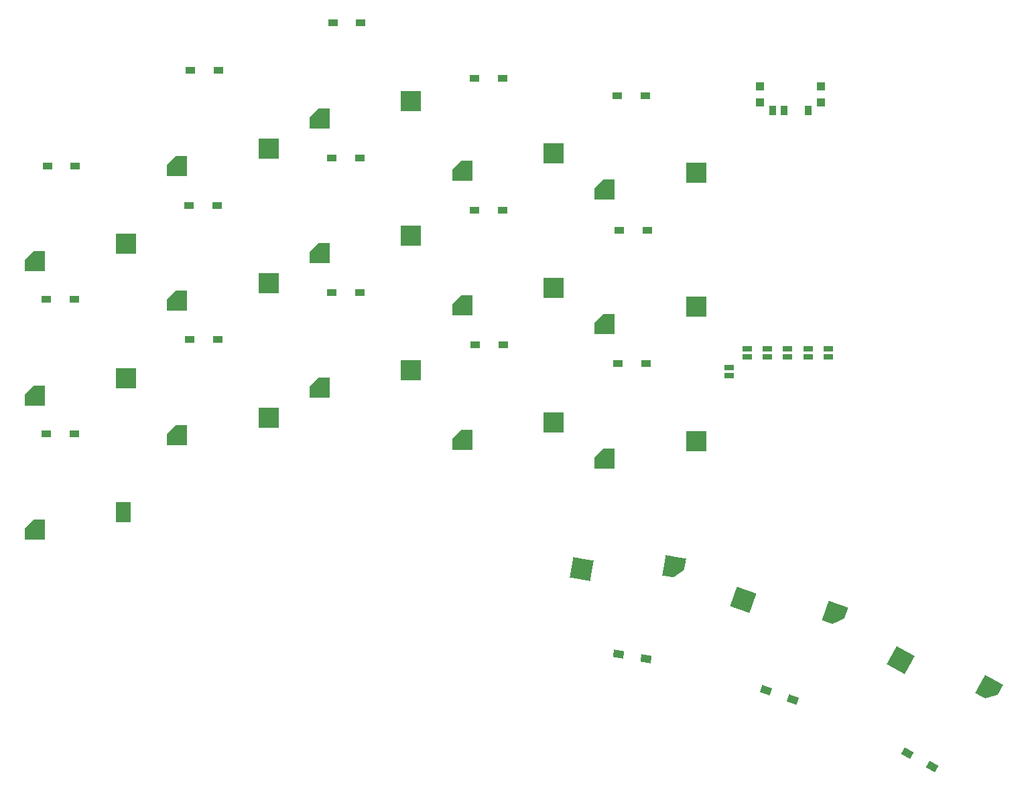
<source format=gtp>
G04 #@! TF.GenerationSoftware,KiCad,Pcbnew,8.0.1*
G04 #@! TF.CreationDate,2024-07-30T22:50:04+02:00*
G04 #@! TF.ProjectId,chocofi,63686f63-6f66-4692-9e6b-696361645f70,0.2*
G04 #@! TF.SameCoordinates,Original*
G04 #@! TF.FileFunction,Paste,Top*
G04 #@! TF.FilePolarity,Positive*
%FSLAX46Y46*%
G04 Gerber Fmt 4.6, Leading zero omitted, Abs format (unit mm)*
G04 Created by KiCad (PCBNEW 8.0.1) date 2024-07-30 22:50:04*
%MOMM*%
%LPD*%
G01*
G04 APERTURE LIST*
G04 Aperture macros list*
%AMRotRect*
0 Rectangle, with rotation*
0 The origin of the aperture is its center*
0 $1 length*
0 $2 width*
0 $3 Rotation angle, in degrees counterclockwise*
0 Add horizontal line*
21,1,$1,$2,0,0,$3*%
%AMOutline5P*
0 Free polygon, 5 corners , with rotation*
0 The origin of the aperture is its center*
0 number of corners: always 5*
0 $1 to $10 corner X, Y*
0 $11 Rotation angle, in degrees counterclockwise*
0 create outline with 5 corners*
4,1,5,$1,$2,$3,$4,$5,$6,$7,$8,$9,$10,$1,$2,$11*%
%AMOutline6P*
0 Free polygon, 6 corners , with rotation*
0 The origin of the aperture is its center*
0 number of corners: always 6*
0 $1 to $12 corner X, Y*
0 $13 Rotation angle, in degrees counterclockwise*
0 create outline with 6 corners*
4,1,6,$1,$2,$3,$4,$5,$6,$7,$8,$9,$10,$11,$12,$1,$2,$13*%
%AMOutline7P*
0 Free polygon, 7 corners , with rotation*
0 The origin of the aperture is its center*
0 number of corners: always 7*
0 $1 to $14 corner X, Y*
0 $15 Rotation angle, in degrees counterclockwise*
0 create outline with 7 corners*
4,1,7,$1,$2,$3,$4,$5,$6,$7,$8,$9,$10,$11,$12,$13,$14,$1,$2,$15*%
%AMOutline8P*
0 Free polygon, 8 corners , with rotation*
0 The origin of the aperture is its center*
0 number of corners: always 8*
0 $1 to $16 corner X, Y*
0 $17 Rotation angle, in degrees counterclockwise*
0 create outline with 8 corners*
4,1,8,$1,$2,$3,$4,$5,$6,$7,$8,$9,$10,$11,$12,$13,$14,$15,$16,$1,$2,$17*%
G04 Aperture macros list end*
%ADD10R,1.300000X0.950000*%
%ADD11RotRect,1.300000X0.950000X350.200000*%
%ADD12RotRect,1.300000X0.950000X340.600000*%
%ADD13RotRect,1.300000X0.950000X331.000000*%
%ADD14Outline5P,-1.300000X0.130000X-0.130000X1.300000X1.300000X1.300000X1.300000X-1.300000X-1.300000X-1.300000X0.000000*%
%ADD15R,2.600000X2.600000*%
%ADD16R,1.900000X2.600000*%
%ADD17Outline5P,-1.300000X0.130000X-0.130000X1.300000X1.300000X1.300000X1.300000X-1.300000X-1.300000X-1.300000X170.200000*%
%ADD18RotRect,2.600000X2.600000X170.200000*%
%ADD19Outline5P,-1.300000X0.130000X-0.130000X1.300000X1.300000X1.300000X1.300000X-1.300000X-1.300000X-1.300000X160.600000*%
%ADD20RotRect,2.600000X2.600000X160.600000*%
%ADD21Outline5P,-1.300000X0.130000X-0.130000X1.300000X1.300000X1.300000X1.300000X-1.300000X-1.300000X-1.300000X151.000000*%
%ADD22RotRect,2.600000X2.600000X151.000000*%
%ADD23R,1.143000X0.635000*%
%ADD24R,0.900000X1.300000*%
%ADD25R,1.000000X1.000000*%
G04 APERTURE END LIST*
D10*
X84229400Y-64312800D03*
X87779400Y-64312800D03*
X102314200Y-52273200D03*
X105864200Y-52273200D03*
X120297400Y-46228000D03*
X123847400Y-46228000D03*
X138229800Y-53289200D03*
X141779800Y-53289200D03*
X156213000Y-55422800D03*
X159763000Y-55422800D03*
X84127800Y-81229200D03*
X87677800Y-81229200D03*
X102111000Y-69342000D03*
X105661000Y-69342000D03*
X120195800Y-63347600D03*
X123745800Y-63347600D03*
X138179000Y-69900800D03*
X141729000Y-69900800D03*
X156517800Y-72491600D03*
X160067800Y-72491600D03*
X84127800Y-98247200D03*
X87677800Y-98247200D03*
X102212600Y-86309200D03*
X105762600Y-86309200D03*
X120195800Y-80314800D03*
X123745800Y-80314800D03*
X138280600Y-86969600D03*
X141830600Y-86969600D03*
X156314600Y-89357200D03*
X159864600Y-89357200D03*
D11*
X156385203Y-126087107D03*
X159883401Y-126691351D03*
D12*
X175047779Y-130641644D03*
X178396219Y-131820816D03*
D13*
X192919440Y-138597155D03*
X196024340Y-140318229D03*
D14*
X82635000Y-76350000D03*
D15*
X94185000Y-74150000D03*
D14*
X100635000Y-64350000D03*
D15*
X112185000Y-62150000D03*
D14*
X118635000Y-58350000D03*
D15*
X130185000Y-56150000D03*
D14*
X136635000Y-64970000D03*
D15*
X148185000Y-62770000D03*
D14*
X154635000Y-67350000D03*
D15*
X166185000Y-65150000D03*
D14*
X82635000Y-93350000D03*
D15*
X94185000Y-91150000D03*
D14*
X100635000Y-81350000D03*
D15*
X112185000Y-79150000D03*
D14*
X118635000Y-75350000D03*
D15*
X130185000Y-73150000D03*
D14*
X136635000Y-81970000D03*
D15*
X148185000Y-79770000D03*
D14*
X154635000Y-84350000D03*
D15*
X166185000Y-82150000D03*
D14*
X82635000Y-110350000D03*
D16*
X93810000Y-108150000D03*
D14*
X100635000Y-98350000D03*
D15*
X112185000Y-96150000D03*
D14*
X118635000Y-92350000D03*
D15*
X130185000Y-90150000D03*
D14*
X136635000Y-98975000D03*
D15*
X148185000Y-96775000D03*
D14*
X154635000Y-101350000D03*
D15*
X166185000Y-99150000D03*
D17*
X163459682Y-115095662D03*
D18*
X151703760Y-115297640D03*
D19*
X183779729Y-120962204D03*
D20*
X172154753Y-119200833D03*
D21*
X203233384Y-130489899D03*
D22*
X192064945Y-126814511D03*
D23*
X177750000Y-87499620D03*
X177750000Y-88500380D03*
X175200000Y-87499620D03*
X175200000Y-88500380D03*
X172660000Y-87498020D03*
X172660000Y-88498780D03*
X180330000Y-87499620D03*
X180330000Y-88500380D03*
X182910000Y-87499620D03*
X182910000Y-88500380D03*
X170350000Y-90850760D03*
X170350000Y-89850000D03*
D24*
X180350000Y-57287500D03*
X177350000Y-57287500D03*
X175850000Y-57287500D03*
D25*
X181950000Y-56337500D03*
X181950000Y-54237500D03*
X174250000Y-56337500D03*
X174250000Y-54237500D03*
M02*

</source>
